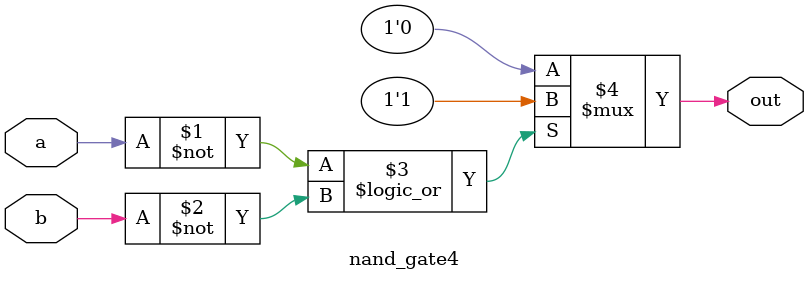
<source format=v>
module nand_gate4 (
  input a,
  input b,
  output out
);

  assign out = (a == 1'b0 || b == 1'b0) ? 1'b1 : 1'b0; // NAND using conditional expression

endmodule

</source>
